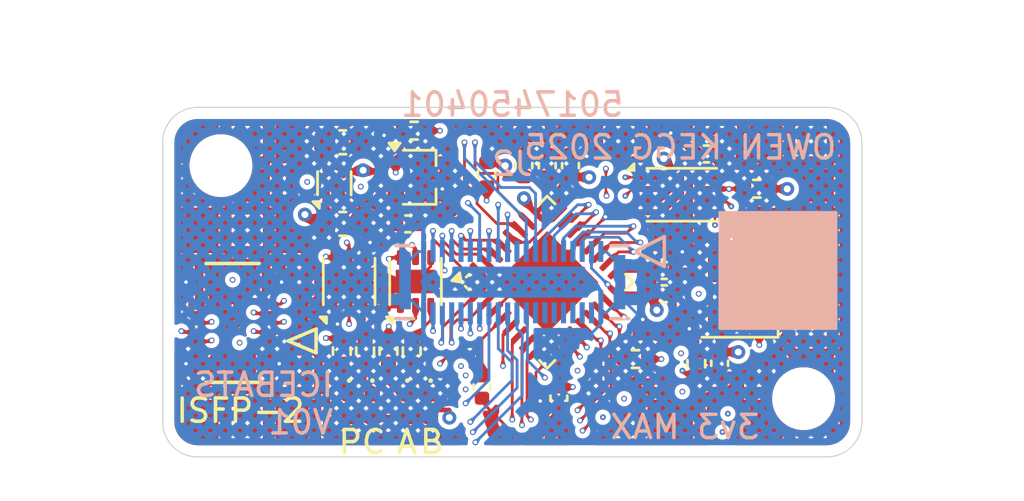
<source format=kicad_pcb>
(kicad_pcb (version 20241229) (generator "pcbnew") (generator_version "9.0")
  (layers (0 "F.Cu" signal) (4 "In1.Cu" signal) (6 "In2.Cu" signal) (2 "B.Cu" signal) (13 "F.Paste" user) (15 "B.Paste" user) (5 "F.SilkS" user "F.Silkscreen") (7 "B.SilkS" user "B.Silkscreen") (1 "F.Mask" user) (3 "B.Mask" user) (25 "Edge.Cuts" user))
  (net 0 "")
  (net 1 "+3V3")
  (net 2 "GND")
  (net 3 "F_|CRST")
  (net 4 "F_CDONE")
  (net 5 "F_IO23")
  (net 6 "F_IO22")
  (net 7 "F_IO15")
  (net 8 "F_IO30")
  (net 9 "F_IO26")
  (net 10 "F_IO2")
  (net 11 "F_IO8")
  (net 12 "F_IO5")
  (net 13 "+1V2")
  (net 14 "F_IO7")
  (net 15 "F_IO14")
  (net 16 "F_IO32")
  (net 17 "F_IO18")
  (net 18 "F_IO13")
  (net 19 "F_IO31")
  (net 20 "F_IO19")
  (net 21 "F_IO29")
  (net 22 "F_IO1")
  (net 23 "F_IO12")
  (net 24 "F_IO20")
  (net 25 "F_IO27")
  (net 26 "W_|HOLD")
  (net 27 "Net-(D1-K)")
  (net 28 "Net-(D2-K)")
  (net 29 "Net-(Q1-D2)")
  (net 30 "CLOCK")
  (net 31 "CLOCK_EN")
  (net 32 "Net-(D3-K)")
  (net 33 "Net-(D4-K)")
  (net 34 "Net-(Q2-D2)")
  (net 35 "Net-(Q2-D1)")
  (net 38 "Net-(Q1-D1)")
  (footprint "Capacitor_SMD:C_0402_1005Metric" (layer "F.Cu") (at 41.5 35 90)
    (property "Reference" "C7")
    (property "Value" "110nF")
  )
  (footprint "footprints:D_0402_1005Metric" (layer "F.Cu") (at 36.5 45.315 -90)
    (property "Reference" "D4")
    (property "Value" "USER B")
  )
  (footprint "Capacitor_SMD:C_0402_1005Metric" (layer "F.Cu") (at 48.33 34.5 180)
    (property "Reference" "C8")
    (property "Value" "110nF")
  )
  (footprint "footprints:DFN-6-1EP_2x2mm_P0.65mm_EP1.01x1.7mm" (layer "F.Cu") (at 33 39.9725 90)
    (property "Reference" "Q1")
    (property "Value" "~")
  )
  (footprint "Capacitor_SMD:C_0603_1608Metric" (layer "F.Cu") (at 32.725 34)
    (property "Reference" "C9")
    (property "Value" "1u")
  )
  (footprint "footprints:DFN-6-1EP_2x2mm_P0.65mm_EP1.01x1.7mm" (layer "F.Cu") (at 35.85 39.9725 90)
    (property "Reference" "Q2")
    (property "Value" "~")
  )
  (footprint "MountingHole:MountingHole_2.2mm_M2" (layer "F.Cu") (at 52.5 45)
    (property "Reference" "REF**")
    (property "Value" "MountingHole_2.2mm_M2")
  )
  (footprint "Capacitor_SMD:C_0402_1005Metric" (layer "F.Cu") (at 35.52 37.5)
    (property "Reference" "C11")
    (property "Value" "110nF")
  )
  (footprint "footprints:QFN-32-1EP_5x5mm_P0.5mm_EP3.1x3.1mm" (layer "F.Cu") (at 41.5 40 45)
    (property "Reference" "U1")
    (property "Value" "ICE40LP384-SG32")
  )
  (footprint "Resistor_SMD:R_0402_1005Metric" (layer "F.Cu") (at 38.9 35.39 -90)
    (property "Reference" "R3")
    (property "Value" "10k")
  )
  (footprint "Resistor_SMD:R_0402_1005Metric" (layer "F.Cu") (at 45.29 43.3 180)
    (property "Reference" "R1")
    (property "Value" "10k")
  )
  (footprint "Capacitor_SMD:C_0402_1005Metric" (layer "F.Cu") (at 38.7 44.5 -90)
    (property "Reference" "C5")
    (property "Value" "110nF")
  )
  (footprint "Resistor_SMD:R_0402_1005Metric" (layer "F.Cu") (at 50.4972 35.9918 180)
    (property "Reference" "R4")
    (property "Value" "10k")
  )
  (footprint "footprints:D_0402_1005Metric" (layer "F.Cu") (at 34 45.315 -90)
    (property "Reference" "D2")
    (property "Value" "CDONE")
  )
  (footprint "MountingHole:MountingHole_2.2mm_M2" (layer "F.Cu") (at 27.5 35)
    (property "Reference" "REF**")
    (property "Value" "MountingHole_2.2mm_M2")
  )
  (footprint "Capacitor_SMD:C_0402_1005Metric" (layer "F.Cu") (at 42 44.98 -90)
    (property "Reference" "C4")
    (property "Value" "110nF")
  )
  (footprint "footprints:D_0402_1005Metric" (layer "F.Cu") (at 35.5 45.315 -90)
    (property "Reference" "D3")
    (property "Value" "USER A")
  )
  (footprint "Resistor_SMD:R_0402_1005Metric" (layer "F.Cu") (at 33.68679 42.958711 90)
    (property "Reference" "R6")
    (property "Value" "330")
  )
  (footprint "Capacitor_SMD:C_0402_1005Metric" (layer "F.Cu") (at 46.52 39.5)
    (property "Reference" "C3")
    (property "Value" "110nF")
  )
  (footprint "Capacitor_SMD:C_0402_1005Metric" (layer "F.Cu") (at 48.9 43.48 -90)
    (property "Reference" "C12")
    (property "Value" "110nF")
  )
  (footprint "Resistor_SMD:R_0402_1005Metric" (layer "F.Cu") (at 32.68679 42.958711 90)
    (property "Reference" "R5")
    (property "Value" "330")
  )
  (footprint "footprints:D_0402_1005Metric" (layer "F.Cu") (at 33 45.315 -90)
    (property "Reference" "D1")
    (property "Value" "POWER OK")
  )
  (footprint "Capacitor_SMD:C_0603_1608Metric" (layer "F.Cu") (at 32.725 37.5)
    (property "Reference" "C10")
    (property "Value" "1u")
  )
  (footprint "Package_TO_SOT_SMD:SOT-323_SC-70" (layer "F.Cu") (at 36 35.5)
    (property "Reference" "U3")
    (property "Value" "~")
  )
  (footprint "Package_DFN_QFN:OnSemi_XDFN4-1EP_1.0x1.0mm_EP0.52x0.52mm" (layer "F.Cu") (at 32.364627 35.755502 90)
    (property "Reference" "U4")
    (property "Value" "NCP114AMX120TCG")
  )
  (footprint "Resistor_SMD:R_0402_1005Metric" (layer "F.Cu") (at 35.68679 42.958711 90)
    (property "Reference" "R8")
    (property "Value" "330")
  )
  (footprint "footprints:CON_513389873" (layer "F.Cu") (at 28 41.750004 90)
    (property "Reference" "J1")
    (property "Value" "513389873")
  )
  (footprint "Capacitor_SMD:C_0402_1005Metric" (layer "F.Cu") (at 46.52 40.5)
    (property "Reference" "C2")
    (property "Value" "110nF")
  )
  (footprint "Capacitor_SMD:C_0402_1005Metric" (layer "F.Cu") (at 42.5 35 90)
    (property "Reference" "C1")
    (property "Value" "110nF")
  )
  (footprint "Resistor_SMD:R_0402_1005Metric" (layer "F.Cu") (at 34.68679 42.958711 90)
    (property "Reference" "R7")
    (property "Value" "330")
  )
  (footprint "Resistor_SMD:R_0402_1005Metric" (layer "F.Cu") (at 35.79 33.5 180)
    (property "Reference" "R2")
    (property "Value" "10k")
  )
  (footprint "footprints:Oscillator_SMD_Abracon_ASE-4Pin_3.2x2.5mm" (layer "F.Cu") (at 49.774651 40.403204 90)
    (property "Reference" "Y1")
    (property "Value" "ASCO")
  )
  (footprint "Package_SON:Winbond_USON-8-1EP_3x2mm_P0.5mm_EP0.2x1.6mm" (layer "F.Cu") (at 47.275 36.25)
    (property "Reference" "U2")
    (property "Value" "W25X40CLUXIG TR")
  )
  (footprint "Resistor_SMD:R_0402_1005Metric" (layer "F.Cu") (at 47.9 43.5 90)
    (property "Reference" "R9")
    (property "Value" "10k")
  )
  (footprint "Capacitor_SMD:C_0402_1005Metric" (layer "F.Cu") (at 40.5 35 90)
    (property "Reference" "C6")
    (property "Value" "110nF")
  )
  (footprint "footprints:CON_5017450401" (layer "B.Cu") (at 40 40 180)
    (property "Reference" "J2")
    (property "Value" "5017450401")
  )
  (gr_rect (start 48.9 37) (end 53.9 42) (stroke (width 0.1)) (fill yes) (layer "B.SilkS"))
  (gr_line (start 26.5 47.5) (end 53.5 47.5) (stroke (width 0.05)) (layer "Edge.Cuts"))
  (gr_line (start 25 34) (end 25 46) (stroke (width 0.05)) (layer "Edge.Cuts"))
  (gr_arc (start 25 34) (mid 25.43934 32.93934) (end 26.5 32.5) (stroke (width 0.05)) (layer "Edge.Cuts"))
  (gr_line (start 53.5 32.5) (end 26.5 32.5) (stroke (width 0.05)) (layer "Edge.Cuts"))
  (gr_arc (start 55 46) (mid 54.56066 47.06066) (end 53.5 47.5) (stroke (width 0.05)) (layer "Edge.Cuts"))
  (gr_line (start 55 46) (end 55 34) (stroke (width 0.05)) (layer "Edge.Cuts"))
  (gr_arc (start 26.5 47.5) (mid 25.43934 47.06066) (end 25 46) (stroke (width 0.05)) (layer "Edge.Cuts"))
  (gr_arc (start 53.5 32.5) (mid 54.56066 32.93934) (end 55 34) (stroke (width 0.05)) (layer "Edge.Cuts"))
  (gr_text "16MHz" (at 53 42.3 90) (layer "F.SilkS") (effects (font (size 1 1)) (justify left bottom)))
  (gr_text "P" (at 32.452999 47.449937 0) (layer "F.SilkS") (effects (font (size 1 1)) (justify left bottom)))
  (gr_text "B" (at 35.952999 47.449937 0) (layer "F.SilkS") (effects (font (size 1 1)) (justify left bottom)))
  (gr_text "C" (at 33.452999 47.449937 0) (layer "F.SilkS") (effects (font (size 1 1)) (justify left bottom)))
  (gr_text "ISFP-2" (at 25.5 46.1 0) (layer "F.SilkS") (effects (font (size 1 1)) (justify left bottom)))
  (gr_text "A" (at 34.952999 47.449937 0) (layer "F.SilkS") (effects (font (size 1 1)) (justify left bottom)))
  (gr_text "ICEBATS\nV01" (at 32.4 46.6 0) (layer "B.SilkS") (effects (font (size 1 1)) (justify left bottom mirror)))
  (gr_text "3v3 MAX" (at 50.7 46.8 0) (layer "B.SilkS") (effects (font (size 1 1)) (justify left bottom mirror)))
  (gr_text "OWEN KEGG 2025" (at 54 34.8 0) (layer "B.SilkS") (effects (font (size 1 1)) (justify left bottom mirror)))
  (segment (start 35.5 45.8) (end 36.5 45.8) (width 0.2) (layer "F.Cu") (net 1))
  (segment (start 32.689627 35.270502) (end 33.529498 35.270502) (width 0.2) (layer "F.Cu") (net 1))
  (segment (start 48.81 35.39) (end 48.7 35.5) (width 0.1) (layer "F.Cu") (net 1))
  (segment (start 39.7 35.48) (end 39.7 35) (width 0.2) (layer "F.Cu") (net 1))
  (segment (start 40.143693 38.29014) (end 40.734986 38.29014) (width 0.12) (layer "F.Cu") (net 1))
  (segment (start 32.223323 35.086806) (end 32.039627 35.270502) (width 0.2) (layer "F.Cu") (net 1))
  (segment (start 51.7918 35.9918) (end 51.8 36) (width 0.1) (layer "F.Cu") (net 1))
  (segment (start 46.04 40.5) (end 46.04 41.04) (width 0.2) (layer "F.Cu") (net 1))
  (segment (start 46.5 34.7) (end 46.95 35.15) (width 0.1) (layer "F.Cu") (net 1))
  (segment (start 33.6 35.2) (end 34.05 35.2) (width 0.2) (layer "F.Cu") (net 1))
  (segment (start 33.529498 35.270502) (end 33.6 35.2) (width 0.2) (layer "F.Cu") (net 1))
  (segment (start 48.81 34.5) (end 48.81 35.15) (width 0.1) (layer "F.Cu") (net 1))
  (segment (start 45.8 43.3) (end 46.4 43.3) (width 0.12) (layer "F.Cu") (net 1))
  (segment (start 38.7 43) (end 37.4 43) (width 0.12) (layer "F.Cu") (net 1))
  (segment (start 39.953204 38.099651) (end 40.143693 38.29014) (width 0.12) (layer "F.Cu") (net 1))
  (segment (start 48.9 43) (end 49.7 43) (width 0.2) (layer "F.Cu") (net 1))
  (segment (start 44.474874 40.5) (end 44.46101 40.486136) (width 0.2) (layer "F.Cu") (net 1))
  (segment (start 38.9 34.88) (end 39.58 34.88) (width 0.12) (layer "F.Cu") (net 1))
  (segment (start 38.7 43) (end 38.7 42.446447) (width 0.12) (layer "F.Cu") (net 1))
  (segment (start 42 44.5) (end 42.6 44.5) (width 0.2) (layer "F.Cu") (net 1))
  (segment (start 38.7 42.446447) (end 39.599651 41.546796) (width 0.12) (layer "F.Cu") (net 1))
  (segment (start 46.04 41.04) (end 46.2 41.2) (width 0.2) (layer "F.Cu") (net 1))
  (segment (start 43.28 35.48) (end 43.3 35.5) (width 0.2) (layer "F.Cu") (net 1))
  (segment (start 46.95 35.15) (end 48.81 35.15) (width 0.1) (layer "F.Cu") (net 1))
  (segment (start 44.0182 36.2712) (end 44.0436 36.2966) (width 0.1) (layer "F.Cu") (net 1))
  (segment (start 42 44.5) (end 42 42.974874) (width 0.2) (layer "F.Cu") (net 1))
  (segment (start 36.5 45.485) (end 37.285 45.485) (width 0.2) (layer "F.Cu") (net 1))
  (segment (start 48.81 35.15) (end 48.81 35.39) (width 0.1) (layer "F.Cu") (net 1))
  (segment (start 29.549999 42.150003) (end 28.950003 42.150003) (width 0.12) (layer "F.Cu") (net 1))
  (segment (start 51.0072 35.9918) (end 51.7918 35.9918) (width 0.1) (layer "F.Cu") (net 1))
  (segment (start 34.05 35.2) (end 35 36.15) (width 0.2) (layer "F.Cu") (net 1))
  (segment (start 38.7 44.02) (end 38.7 43) (width 0.12) (layer "F.Cu") (net 1))
  (segment (start 34 45.8) (end 33 45.8) (width 0.2) (layer "F.Cu") (net 1))
  (segment (start 41.986136 37.03899) (end 41.986136 35.993864) (width 0.2) (layer "F.Cu") (net 1))
  (segment (start 32.689627 35.270502) (end 32.505931 35.086806) (width 0.2) (layer "F.Cu") (net 1))
  (segment (start 48.9 43) (end 48.9 41.502855) (width 0.2) (layer "F.Cu") (net 1))
  (segment (start 37.4 43) (end 36.9 43.5) (width 0.12) (layer "F.Cu") (net 1))
  (segment (start 41.986136 35.993864) (end 42.5 35.48) (width 0.2) (layer "F.Cu") (net 1))
  (segment (start 44.0182 35.1282) (end 44.0182 36.2712) (width 0.1) (layer "F.Cu") (net 1))
  (segment (start 44.474874 39.5) (end 44.46101 39.513864) (width 0.2) (layer "F.Cu") (net 1))
  (segment (start 32.505931 35.086806) (end 32.223323 35.086806) (width 0.2) (layer "F.Cu") (net 1))
  (segment (start 37.285 45.485) (end 37.3 45.5) (width 0.2) (layer "F.Cu") (net 1))
  (segment (start 31.95 35.180875) (end 32.039627 35.270502) (width 0.2) (layer "F.Cu") (net 1))
  (segment (start 46.4 36.5) (end 46.95 35.95) (width 0.1) (layer "F.Cu") (net 1))
  (segment (start 35.04 36.19) (end 35 36.15) (width 0.2) (layer "F.Cu") (net 1))
  (segment (start 39.7 35.48) (end 40.5 35.48) (width 0.2) (layer "F.Cu") (net 1))
  (segment (start 36.3 33.5) (end 36.9 33.5) (width 0.12) (layer "F.Cu") (net 1))
  (segment (start 46.04 40.5) (end 44.474874 40.5) (width 0.2) (layer "F.Cu") (net 1))
  (segment (start 28.950003 42.150003) (end 28.9 42.1) (width 0.12) (layer "F.Cu") (net 1))
  (segment (start 34 45.8) (end 35.5 45.8) (width 0.2) (layer "F.Cu") (net 1))
  (segment (start 48.9 41.502855) (end 48.949651 41.453204) (width 0.2) (layer "F.Cu") (net 1))
  (segment (start 39.58 34.88) (end 39.7 35) (width 0.12) (layer "F.Cu") (net 1))
  (segment (start 46.04 39.5) (end 46.04 40.5) (width 0.2) (layer "F.Cu") (net 1))
  (segment (start 40.734986 38.29014) (end 41.986136 37.03899) (width 0.12) (layer "F.Cu") (net 1))
  (segment (start 45.85 36.5) (end 46.4 36.5) (width 0.1) (layer "F.Cu") (net 1))
  (segment (start 35.04 37.5) (end 35.04 36.19) (width 0.2) (layer "F.Cu") (net 1))
  (segment (start 46.95 35.95) (end 46.95 35.15) (width 0.1) (layer "F.Cu") (net 1))
  (segment (start 46.04 39.5) (end 44.474874 39.5) (width 0.2) (layer "F.Cu") (net 1))
  (segment (start 42 42.974874) (end 41.986136 42.96101) (width 0.2) (layer "F.Cu") (net 1))
  (segment (start 42.5 35.48) (end 43.28 35.48) (width 0.2) (layer "F.Cu") (net 1))
  (segment (start 31.95 34) (end 31.95 35.180875) (width 0.2) (layer "F.Cu") (net 1))
  (via (at 49.022 46.4312) (size 0.25) (drill 0.1) (layers "F.Cu" "B.Cu") (net 1))
  (via (at 28 39.9) (size 0.25) (drill 0.15) (layers "F.Cu" "B.Cu") (net 1))
  (via (at 46.4 43.3) (size 0.25) (drill 0.15) (layers "F.Cu" "B.Cu") (net 1))
  (via (at 44.0182 35.1282) (size 0.25) (drill 0.15) (layers "F.Cu" "B.Cu") (net 1))
  (via (at 28.3 42.6) (size 0.25) (drill 0.15) (layers "F.Cu" "B.Cu") (net 1))
  (via (at 39.7 35) (size 0.6) (drill 0.3) (layers "F.Cu" "B.Cu") (net 1))
  (via (at 33.6 35.2) (size 0.6) (drill 0.3) (layers "F.Cu" "B.Cu") (net 1))
  (via (at 43.8912 45.7962) (size 0.25) (drill 0.1) (layers "F.Cu" "B.Cu") (net 1))
  (via (at 36.9 33.5) (size 0.25) (drill 0.15) (layers "F.Cu" "B.Cu") (net 1))
  (via (at 44.0436 36.2966) (size 0.25) (drill 0.15) (layers "F.Cu" "B.Cu") (net 1))
  (via (at 51.8 36) (size 0.6) (drill 0.3) (layers "F.Cu" "B.Cu") (net 1))
  (via (at 42.6 44.5) (size 0.25) (drill 0.15) (layers "F.Cu" "B.Cu") (net 1))
  (via (at 37.3 45.815) (size 0.6) (drill 0.3) (layers "F.Cu" "B.Cu") (net 1))
  (via (at 49.7 43) (size 0.6) (drill 0.3) (layers "F.Cu" "B.Cu") (net 1))
  (via (at 43.3 35.5) (size 0.6) (drill 0.3) (layers "F.Cu" "B.Cu") (net 1))
  (via (at 46.5 34.7) (size 0.6) (drill 0.3) (layers "F.Cu" "B.Cu") (net 1))
  (via (at 36.9 43.5) (size 0.25) (drill 0.15) (layers "F.Cu" "B.Cu") (net 1))
  (via (at 46.2 41.2) (size 0.6) (drill 0.3) (layers "F.Cu" "B.Cu") (net 1))
  (via (at 47.244 43.053) (size 0.25) (drill 0.15) (layers "F.Cu" "B.Cu") (net 1))
  (via (at 44.1 40.1) (size 0.25) (drill 0.15) (layers "F.Cu" "B.Cu") (net 1))
  (via (at 36.6 42.1) (size 0.25) (drill 0.15) (layers "F.Cu" "B.Cu") (net 1))
  (via (at 47.3 44.7) (size 0.25) (drill 0.15) (layers "F.Cu" "B.Cu") (net 1))
  (via (at 28.9 42.1) (size 0.25) (drill 0.15) (layers "F.Cu" "B.Cu") (net 1))
  (segment (start 43.400001 39.400001) (end 44.1 40.1) (width 0.12) (layer "B.Cu") (net 1))
  (segment (start 36.600002 42.099998) (end 36.6 42.1) (width 0.12) (layer "B.Cu") (net 1))
  (segment (start 36.600002 41.314999) (end 36.600002 42.099998) (width 0.12) (layer "B.Cu") (net 1))
  (segment (start 43.400001 38.685001) (end 43.400001 39.400001) (width 0.12) (layer "B.Cu") (net 1))
  (segment (start 33.5 37.5) (end 33.65 37.65) (width 0.12) (layer "F.Cu") (net 2))
  (segment (start 33.5 37.050875) (end 33.5 37.5) (width 0.12) (layer "F.Cu") (net 2))
  (segment (start 26.000008 40.000008) (end 26 40) (width 0.12) (layer "F.Cu") (net 2))
  (segment (start 41.56 45.46) (end 41.2 45.1) (width 0.12) (layer "F.Cu") (net 2))
  (segment (start 32.689627 36.240502) (end 33.5 37.050875) (width 0.12) (layer "F.Cu") (net 2))
  (segment (start 32.364627 35.755502) (end 32.364627 35.915502) (width 0.12) (layer "F.Cu") (net 2))
  (segment (start 33.65 38.3) (end 33.65 38.945) (width 0.12) (layer "F.Cu") (net 2))
  (segment (start 35.2 40.6225) (end 35.85 39.9725) (width 0.12) (layer "F.Cu") (net 2))
  (segment (start 29.5 43.5) (end 30 43.5) (width 0.12) (layer "F.Cu") (net 2))
  (segment (start 34.2 34) (end 34.5 33.7) (width 0.12) (layer "F.Cu") (net 2))
  (segment (start 44 37.2) (end 43.100349 38.099651) (width 0.12) (layer "F.Cu") (net 2))
  (segment (start 29.549999 42.550005) (end 29.549999 43.450001) (width 0.12) (layer "F.Cu") (net 2))
  (segment (start 26.450001 40.050007) (end 26.5 40.000008) (width 0.12) (layer "F.Cu") (net 2))
  (segment (start 43.100349 38.099651) (end 43.046796 38.099651) (width 0.12) (layer "F.Cu") (net 2))
  (segment (start 42 45.46) (end 40.934532 46.525468) (width 0.12) (layer "F.Cu") (net 2))
  (segment (start 42.5 34.52) (end 43.12 34.52) (width 0.12) (layer "F.Cu") (net 2))
  (segment (start 47 39.5) (end 47 39) (width 0.12) (layer "F.Cu") (net 2))
  (segment (start 48.9 43.96) (end 48.87 43.96) (width 0.1) (layer "F.Cu") (net 2))
  (segment (start 47 41.4) (end 47.6 42) (width 0.12) (layer "F.Cu") (net 2))
  (segment (start 33.65 37.65) (end 33.65 38.3) (width 0.12) (layer "F.Cu") (net 2))
  (segment (start 41.014 44.914) (end 41.2 45.1) (width 0.12) (layer "F.Cu") (net 2))
  (segment (start 35.2 41) (end 35.2 40.6225) (width 0.12) (layer "F.Cu") (net 2))
  (segment (start 47.275 36.25) (end 47.275 38.675) (width 0.1) (layer "F.Cu") (net 2))
  (segment (start 32.35 41) (end 32.35 40.6225) (width 0.12) (layer "F.Cu") (net 2))
  (segment (start 40.43934 40) (end 41.5 40) (width 0.12) (layer "F.Cu") (net 2))
  (segment (start 42 45.46) (end 41.56 45.46) (width 0.12) (layer "F.Cu") (net 2))
  (segment (start 43.12 34.52) (end 43.2 34.6) (width 0.12) (layer "F.Cu") (net 2))
  (segment (start 33.9 38.3) (end 33.65 38.3) (width 0.12) (layer "F.Cu") (net 2))
  (segment (start 33.5 34) (end 34.2 34) (width 0.12) (layer "F.Cu") (net 2))
  (segment (start 37 35.5) (end 37 36) (width 0.12) (layer "F.Cu") (net 2))
  (segment (start 32.35 41) (end 32.35 41.008332) (width 0.12) (layer "F.Cu") (net 2))
  (segment (start 47.275 36.25) (end 46.525 37) (width 0.1) (layer "F.Cu") (net 2))
  (segment (start 46.525 37) (end 45.85 37) (width 0.1) (layer "F.Cu") (net 2))
  (segment (start 33.65 38.945) (end 33.65 39.3225) (width 0.12) (layer "F.Cu") (net 2))
  (segment (start 40.934532 46.525468) (end 40.079581 46.525468) (width 0.12) (layer "F.Cu") (net 2))
  (segment (start 29.549999 43.450001) (end 29.5 43.5) (width 0.12) (layer "F.Cu") (net 2))
  (segment (start 32.35 41.65) (end 32.5 41.8) (width 0.12) (layer "F.Cu") (net 2))
  (segment (start 48.87 43.96) (end 47.9 42.99) (width 0.1) (layer "F.Cu") (net 2))
  (segment (start 36 37) (end 35.6 36.6) (width 0.12) (layer "F.Cu") (net 2))
  (segment (start 47.9 42.3) (end 47.6 42) (width 0.1) (layer "F.Cu") (net 2))
  (segment (start 26.450001 40.950003) (end 26.450001 40.050007) (width 0.12) (layer "F.Cu") (net 2))
  (segment (start 32.364627 35.915502) (end 32.689627 36.240502) (width 0.12) (layer "F.Cu") (net 2))
  (segment (start 38.7 45.145887) (end 38.7 44.98) (width 0.12) (layer "F.Cu") (net 2))
  (segment (start 47 39) (end 47.3 38.7) (width 0.12) (layer "F.Cu") (net 2))
  (segment (start 33.65 39.3225) (end 33 39.9725) (width 0.12) (layer "F.Cu") (net 2))
  (segment (start 36 37.5) (end 36 37) (width 0.12) (layer "F.Cu") (net 2))
  (segment (start 36.5 39.3225) (end 35.85 39.9725) (width 0.12) (layer "F.Cu") (net 2))
  (segment (start 26.5 43.5) (end 26 43.5) (width 0.12) (layer "F.Cu") (net 2))
  (segment (start 39.246097 41.193243) (end 40.43934 40) (width 0.12) (layer "F.Cu") (net 2))
  (segment (start 41.014 43.886) (end 41.014 44.914) (width 0.12) (layer "F.Cu") (net 2))
  (segment (start 30.099992 40.000008) (end 29.5 40.000008) (width 0.12) (layer "F.Cu") (net 2))
  (segment (start 47.275 38.675) (end 47.3 38.7) (width 0.1) (layer "F.Cu") (net 2))
  (segment (start 41.4 43.5) (end 41.014 43.886) (width 0.12) (layer "F.Cu") (net 2))
  (segment (start 26.5 40.000008) (end 26.000008 40.000008) (width 0.12) (layer "F.Cu") (net 2))
  (segment (start 32.35 41) (end 32.35 41.65) (width 0.12) (layer "F.Cu") (net 2))
  (segment (start 40.079581 46.525468) (end 38.7 45.145887) (width 0.12) (layer "F.Cu") (net 2))
  (segment (start 47.85 34.5) (end 47.7 34.5) (width 0.1) (layer "F.Cu") (net 2))
  (segment (start 47.7 34.5) (end 46.8 33.6) (width 0.1) (layer "F.Cu") (net 2))
  (segment (start 41.5 39.646447) (end 43.046796 38.099651) (width 0.12) (layer "F.Cu") (net 2))
  (segment (start 47 40.5) (end 47 41.4) (width 0.12) (layer "F.Cu") (net 2))
  (segment (start 47.9 42.99) (end 47.9 42.3) (width 0.1) (layer "F.Cu") (net 2))
  (segment (start 32.35 40.6225) (end 33 39.9725) (width 0.12) (layer "F.Cu") (net 2))
  (segment (start 41.5 40) (end 41.5 39.646447) (width 0.12) (layer "F.Cu") (net 2))
  (segment (start 36.5 38.945) (end 36.5 39.3225) (width 0.12) (layer "F.Cu") (net 2))
  (via (at 43.2 34.6) (size 0.25) (drill 0.15) (layers "F.Cu" "B.Cu") (net 2))
  (via (at 44 37.2) (size 0.25) (drill 0.15) (layers "F.Cu" "B.Cu") (net 2))
  (via (at 46.8 33.6) (size 0.25) (drill 0.15) (layers "F.Cu" "B.Cu") (net 2))
  (via (at 34.5 33.7) (size 0.25) (drill 0.15) (layers "F.Cu" "B.Cu") (net 2))
  (via (at 33.9 38.3) (size 0.25) (drill 0.15) (layers "F.Cu" "B.Cu") (net 2))
  (via (at 41.2 45.1) (size 0.25) (drill 0.15) (layers "F.Cu" "B.Cu") (net 2))
  (via (at 47.3 38.7) (size 0.25) (drill 0.15) (layers "F.Cu" "B.Cu") (net 2))
  (via (at 30 43.5) (size 0.25) (drill 0.15) (layers "F.Cu" "B.Cu") (net 2))
  (via (at 26 43.5) (size 0.25) (drill 0.15) (layers "F.Cu" "B.Cu") (net 2))
  (via (at 26 40) (size 0.25) (drill 0.15) (layers "F.Cu" "B.Cu") (net 2))
  (via (at 41.4 43.5) (size 0.25) (drill 0.15) (layers "F.Cu" "B.Cu") (net 2))
  (via (at 45.6 41.6) (size 0.25) (drill 0.15) (layers "F.Cu" "B.Cu") (net 2))
  (via (at 30.099992 40.000008) (size 0.25) (drill 0.15) (layers "F.Cu" "B.Cu") (net 2))
  (via (at 37 36) (size 0.25) (drill 0.15) (layers "F.Cu" "B.Cu") (net 2))
  (via (at 47.6 42) (size 0.25) (drill 0.15) (layers "F.Cu" "B.Cu") (net 2))
  (via (at 32.5 41.8) (size 0.25) (drill 0.15) (layers "F.Cu" "B.Cu") (net 2))
  (via (at 35.6 36.6) (size 0.25) (drill 0.15) (layers "F.Cu" "B.Cu") (net 2))
  (segment (start 36.2 38.685001) (end 35.975008 38.685001) (width 0.12) (layer "B.Cu") (net 2))
  (segment (start 35.400009 40.74) (end 35.625001 40.74) (width 0.12) (layer "B.Cu") (net 2))
  (segment (start 35.975008 38.685001) (end 35.400009 39.26) (width 0.12) (layer "B.Cu") (net 2))
  (segment (start 43.8 38.685001) (end 44.025001 38.685001) (width 0.12) (layer "B.Cu") (net 2))
  (segment (start 35.625001 40.74) (end 36.2 41.314999) (width 0.12) (layer "B.Cu") (net 2))
  (segment (start 44.025001 38.685001) (end 44.6 39.26) (width 0.12) (layer "B.Cu") (net 2))
  (segment (start 43.8 41.797) (end 43.183 42.414) (width 0.12) (layer "B.Cu") (net 2))
  (segment (start 43.8 41.314999) (end 43.8 41.797) (width 0.12) (layer "B.Cu") (net 2))
  (segment (start 44.6 40.74) (end 44.74 40.74) (width 0.12) (layer "B.Cu") (net 2))
  (segment (start 43.183 42.414) (end 42.486 42.414) (width 0.12) (layer "B.Cu") (net 2))
  (segment (start 44.74 40.74) (end 45.6 41.6) (width 0.12) (layer "B.Cu") (net 2))
  (segment (start 42.486 42.414) (end 41.4 43.5) (width 0.12) (layer "B.Cu") (net 2))
  (segment (start 43.8 41.314999) (end 44.025001 41.314999) (width 0.12) (layer "B.Cu") (net 2))
  (segment (start 44.025001 41.314999) (end 44.6 40.74) (width 0.12) (layer "B.Cu") (net 2))
  (segment (start 25.850003 42.150003) (end 25.8 42.1) (width 0.12) (layer "F.Cu") (net 3))
  (segment (start 35.28 34.57) (end 35 34.85) (width 0.12) (layer "F.Cu") (net 3))
  (segment (start 26.450001 42.150003) (end 25.850003 42.150003) (width 0.12) (layer "F.Cu") (net 3))
  (segment (start 35.28 33.5) (end 35.28 34.57) (width 0.12) (layer "F.Cu") (net 3))
  (segment (start 42.9 43.167767) (end 42.339689 42.607456) (width 0.12) (layer "F.Cu") (net 3))
  (segment (start 42.9 43.2) (end 42.9 43.167767) (width 0.12) (layer "F.Cu") (net 3))
  (segment (start 35 35.3) (end 35 34.85) (width 0.12) (layer "F.Cu") (net 3))
  (segment (start 33 41) (end 33 41.8) (width 0.12) (layer "F.Cu") (net 3))
  (via (at 31.2 35.7) (size 0.25) (drill 0.15) (layers "F.Cu" "B.Cu") (net 3))
  (via (at 33.5 35.9) (size 0.25) (drill 0.15) (layers "F.Cu" "B.Cu") (net 3))
  (via (at 35 35.3) (size 0.25) (drill 0.15) (layers "F.Cu" "B.Cu") (net 3))
  (via (at 38.1 36.6) (size 0.25) (drill 0.15) (layers "F.Cu" "B.Cu") (net 3))
  (via (at 25.8 42.1) (size 0.25) (drill 0.15) (layers "F.Cu" "B.Cu") (net 3))
  (via (at 33 41.8) (size 0.25) (drill 0.15) (layers "F.Cu" "B.Cu") (net 3))
  (via (at 42.9 43.2) (size 0.25) (drill 0.15) (layers "F.Cu" "B.Cu") (net 3))
  (segment (start 38.6 38.685001) (end 38.6 37.1) (width 0.12) (layer "B.Cu") (net 3))
  (segment (start 38.6 37.1) (end 38.1 36.6) (width 0.12) (layer "B.Cu") (net 3))
  (segment (start 33 38.4) (end 32.9 38.3) (width 0.12) (layer "F.Cu") (net 4))
  (segment (start 33 38.945) (end 33 38.4) (width 0.12) (layer "F.Cu") (net 4))
  (segment (start 38.9 36.5) (end 38.9 35.9) (width 0.12) (layer "F.Cu") (net 4))
  (segment (start 43.2 42.8) (end 43.2 42.76066) (width 0.12) (layer "F.Cu") (net 4))
  (segment (start 43.2 42.76066) (end 42.693243 42.253903) (width 0.12) (layer "F.Cu") (net 4))
  (via (at 32.9 38.3) (size 0.25) (drill 0.15) (layers "F.Cu" "B.Cu") (net 4))
  (via (at 43.2 42.8) (size 0.25) (drill 0.15) (layers "F.Cu" "B.Cu") (net 4))
  (via (at 38.9 36.5) (size 0.25) (drill 0.15) (layers "F.Cu" "B.Cu") (net 4))
  (via (at 39 37.8) (size 0.25) (drill 0.15) (layers "F.Cu" "B.Cu") (net 4))
  (segment (start 38.999999 38.685001) (end 38.999999 37.800001) (width 0.12) (layer "B.Cu") (net 4))
  (segment (start 38.999999 37.800001) (end 39 37.8) (width 0.12) (layer "B.Cu") (net 4))
  (segment (start 42.567316 37.392544) (end 43.279972 36.679888) (width 0.12) (layer "F.Cu") (net 5))
  (segment (start 42.339689 37.392544) (end 42.567316 37.392544) (width 0.12) (layer "F.Cu") (net 5))
  (via (at 43.279972 36.679888) (size 0.25) (drill 0.15) (layers "F.Cu" "B.Cu") (net 5))
  (segment (start 41.4 38.087459) (end 41.4 38.685001) (width 0.12) (layer "B.Cu") (net 5))
  (segment (start 42.807571 36.679888) (end 41.4 38.087459) (width 0.12) (layer "B.Cu") (net 5))
  (segment (start 43.279972 36.679888) (end 42.807571 36.679888) (width 0.12) (layer "B.Cu") (net 5))
  (segment (start 42.850161 37.746097) (end 43.597505 36.998753) (width 0.12) (layer "F.Cu") (net 6))
  (segment (start 42.693243 37.746097) (end 42.850161 37.746097) (width 0.12) (layer "F.Cu") (net 6))
  (via (at 43.597505 36.998753) (size 0.25) (drill 0.15) (layers "F.Cu" "B.Cu") (net 6))
  (segment (start 42.734112 37.065888) (end 41.799999 38.000001) (width 0.12) (layer "B.Cu") (net 6))
  (segment (start 43.597505 36.998753) (end 43.53037 37.065888) (width 0.12) (layer "B.Cu") (net 6))
  (segment (start 43.53037 37.065888) (end 42.734112 37.065888) (width 0.12) (layer "B.Cu") (net 6))
  (segment (start 41.799999 38.000001) (end 41.799999 38.685001) (width 0.12) (layer "B.Cu") (net 6))
  (segment (start 44.767767 41.5) (end 44.107456 40.839689) (width 0.12) (layer "F.Cu") (net 7))
  (segment (start 49.15 36.5) (end 49.4 36.75) (width 0.1) (layer "F.Cu") (net 7))
  (segment (start 44.8 41.5) (end 44.767767 41.5) (width 0.12) (layer "F.Cu") (net 7))
  (segment (start 48.7 36.5) (end 49.15 36.5) (width 0.1) (layer "F.Cu") (net 7))
  (segment (start 29.549999 40.950003) (end 30.049997 40.950003) (width 0.12) (layer "F.Cu") (net 7))
  (segment (start 30.049997 40.950003) (end 30.2 40.8) (width 0.12) (layer "F.Cu") (net 7))
  (via (at 30.2 40.8) (size 0.25) (drill 0.15) (layers "F.Cu" "B.Cu") (net 7))
  (via (at 41.4 44.1) (size 0.25) (drill 0.15) (layers "F.Cu" "B.Cu") (net 7))
  (via (at 44.8 41.5) (size 0.25) (drill 0.15) (layers "F.Cu" "B.Cu") (net 7))
  (via (at 49.4 36.75) (size 0.25) (drill 0.1) (layers "F.Cu" "B.Cu") (net 7))
  (via (at 44.8 45) (size 0.25) (drill 0.15) (layers "F.Cu" "B.Cu") (net 7))
  (segment (start 41.4 44.1) (end 40.650069 43.350069) (width 0.12) (layer "B.Cu") (net 7))
  (segment (start 40.650069 41.365067) (end 40.600001 41.314999) (width 0.12) (layer "B.Cu") (net 7))
  (segment (start 40.650069 43.350069) (end 40.650069 41.365067) (width 0.12) (layer "B.Cu") (net 7))
  (segment (start 37.4 37.8) (end 37.4 38.152043) (width 0.12) (layer "F.Cu") (net 8))
  (segment (start 39.01834 38.579) (end 39.246097 38.806757) (width 0.12) (layer "F.Cu") (net 8))
  (segment (start 37.826957 38.579) (end 39.01834 38.579) (width 0.12) (layer "F.Cu") (net 8))
  (segment (start 37.4 38.152043) (end 37.826957 38.579) (width 0.12) (layer "F.Cu") (net 8))
  (via (at 37.4 37.8) (size 0.25) (drill 0.15) (layers "F.Cu" "B.Cu") (net 8))
  (segment (start 37.4 38.685001) (end 37.4 37.8) (width 0.12) (layer "B.Cu") (net 8))
  (segment (start 38.4 35.12235) (end 38.4 34) (width 0.12) (layer "F.Cu") (net 9))
  (segment (start 39.381 35.332953) (end 38.610603 35.332953) (width 0.12) (layer "F.Cu") (net 9))
  (segment (start 40.660311 37.392544) (end 39.381 36.113233) (width 0.12) (layer "F.Cu") (net 9))
  (segment (start 39.381 36.113233) (end 39.381 35.332953) (width 0.12) (layer "F.Cu") (net 9))
  (segment (start 38.610603 35.332953) (end 38.4 35.12235) (width 0.12) (layer "F.Cu") (net 9))
  (via (at 38.4 34) (size 0.25) (drill 0.15) (layers "F.Cu" "B.Cu") (net 9))
  (segment (start 40.739 35.939) (end 39.519238 35.939) (width 0.12) (layer "B.Cu") (net 9))
  (segment (start 41.000001 38.685001) (end 41.000001 36.200001) (width 0.12) (layer "B.Cu") (net 9))
  (segment (start 41.000001 36.200001) (end 40.739 35.939) (width 0.12) (layer "B.Cu") (net 9))
  (segment (start 39.519238 35.939) (end 38.4 34.819762) (width 0.12) (layer "B.Cu") (net 9))
  (segment (start 38.4 34.819762) (end 38.4 34) (width 0.12) (layer "B.Cu") (net 9))
  (segment (start 37.640113 41.614) (end 38.118233 41.614) (width 0.12) (layer "F.Cu") (net 10))
  (segment (start 37.363433 41.89068) (end 37.640113 41.614) (width 0.12) (layer "F.Cu") (net 10))
  (segment (start 37.4 42.6) (end 37.363433 42.563433) (width 0.12) (layer "F.Cu") (net 10))
  (segment (start 38.118233 41.614) (end 38.892544 40.839689) (width 0.12) (layer "F.Cu") (net 10))
  (segment (start 37.363433 42.563433) (end 37.363433 41.89068) (width 0.12) (layer "F.Cu") (net 10))
  (via (at 37.4 42.6) (size 0.25) (drill 0.15) (layers "F.Cu" "B.Cu") (net 10))
  (segment (start 37.4 42.6) (end 37.4 41.314999) (width 0.12) (layer "B.Cu") (net 10))
  (segment (start 40.635 45.735) (end 40.635 43.339874) (width 0.12) (layer "F.Cu") (net 11))
  (segment (start 40.8 45.9) (end 40.635 45.735) (width 0.12) (layer "F.Cu") (net 11))
  (segment (start 40.635 43.339874) (end 41.013864 42.96101) (width 0.12) (layer "F.Cu") (net 11))
  (via (at 38 45.2) (size 0.25) (drill 0.15) (layers "F.Cu" "B.Cu") (net 11))
  (via (at 40.8 45.9) (size 0.25) (drill 0.15) (layers "F.Cu" "B.Cu") (net 11))
  (segment (start 38.999999 44.200001) (end 38 45.2) (width 0.12) (layer "B.Cu") (net 11))
  (segment (start 38.999999 41.314999) (end 38.999999 44.200001) (width 0.12) (layer "B.Cu") (net 11))
  (segment (start 39.953204 41.900349) (end 39.601247 42.252306) (width 0.12) (layer "F.Cu") (net 12))
  (segment (start 39.601247 42.252306) (end 39.601247 43.597505) (width 0.12) (layer "F.Cu") (net 12))
  (via (at 37.8 43.6) (size 0.25) (drill 0.15) (layers "F.Cu" "B.Cu") (net 12))
  (via (at 39.601247 43.597505) (size 0.25) (drill 0.15) (layers "F.Cu" "B.Cu") (net 12))
  (via (at 37.8 42) (size 0.25) (drill 0.15) (layers "F.Cu" "B.Cu") (net 12))
  (segment (start 37.799999 41.314999) (end 37.8 42) (width 0.12) (layer "B.Cu") (net 12))
  (segment (start 40.5 36.4) (end 40.5 36.525126) (width 0.2) (layer "F.Cu") (net 13))
  (segment (start 31.95 36.330129) (end 32.039627 36.240502) (width 0.2) (layer "F.Cu") (net 13))
  (segment (start 41.5 36.552854) (end 41.5 35.48) (width 0.2) (layer "F.Cu") (net 13))
  (segment (start 31.95 37.5) (end 31.95 36.330129) (width 0.2) (layer "F.Cu") (net 13))
  (segment (start 31.5 37.5) (end 31.1 37.1) (width 0.2) (layer "F.Cu") (net 13))
  (segment (start 31.95 37.5) (end 31.5 37.5) (width 0.2) (layer "F.Cu") (net 13))
  (segment (start 40.5 36.525126) (end 41.013864 37.03899) (width 0.2) (layer "F.Cu") (net 13))
  (segment (start 41.013864 37.03899) (end 41.5 36.552854) (width 0.2) (layer "F.Cu") (net 13))
  (via (at 39.8 37.1) (size 0.25) (drill 0.15) (layers "F.Cu" "B.Cu") (net 13))
  (via (at 40.5 36.4) (size 0.6) (drill 0.3) (layers "F.Cu" "B.Cu") (net 13))
  (via (at 31.1 37.1) (size 0.6) (drill 0.3) (layers "F.Cu" "B.Cu") (net 13))
  (segment (start 39.8 38.685001) (end 39.8 37.1) (width 0.12) (layer "B.Cu") (net 13))
  (segment (start 40.419006 46.139468) (end 40.419006 46.064893) (width 0.12) (layer "F.Cu") (net 14))
  (segment (start 40.414 46.059887) (end 40.414 42.853767) (width 0.12) (layer "F.Cu") (net 14))
  (segment (start 40.414 42.853767) (end 40.660311 42.607456) (width 0.12) (layer "F.Cu") (net 14))
  (segment (start 40.419006 46.064893) (end 40.414 46.059887) (width 0.12) (layer "F.Cu") (net 14))
  (via (at 38.603976 41.997987) (size 0.25) (drill 0.15) (layers "F.Cu" "B.Cu") (net 14))
  (via (at 38 44.6) (size 0.25) (drill 0.15) (layers "F.Cu" "B.Cu") (net 14))
  (via (at 40.419006 46.139468) (size 0.25) (drill 0.15) (layers "F.Cu" "B.Cu") (net 14))
  (segment (start 38.6 41.314999) (end 38.6 41.994011) (width 0.12) (layer "B.Cu") (net 14))
  (segment (start 38.6 41.994011) (end 38.603976 41.997987) (width 0.12) (layer "B.Cu") (net 14))
  (segment (start 43.407 45.984596) (end 43.069029 46.322567) (width 0.12) (layer "F.Cu") (net 15))
  (segment (start 43.069029 46.322567) (end 43.018283 46.322567) (width 0.12) (layer "F.Cu") (net 15))
  (segment (start 45.85 35.5) (end 44.85 35.5) (width 0.1) (layer "F.Cu") (net 15))
  (segment (start 44.242 43.3) (end 44.242 44.683083) (width 0.12) (layer "F.Cu") (net 15))
  (segment (start 44.78 43.3) (end 44.242 43.3) (width 0.12) (layer "F.Cu") (net 15))
  (segment (start 44.463155 41.902495) (end 43.753903 41.193243) (width 0.12) (layer "F.Cu") (net 15))
  (segment (start 44.598753 41.902495) (end 44.598753 42.601247) (width 0.12) (layer "F.Cu") (net 15))
  (segment (start 43.407 45.518084) (end 43.407 45.984596) (width 0.12) (layer "F.Cu") (net 15))
  (segment (start 27.049995 42.550005) (end 27.1 42.5) (width 0.12) (layer "F.Cu") (net 15))
  (segment (start 26.450001 42.550005) (end 27.049995 42.550005) (width 0.12) (layer "F.Cu") (net 15))
  (segment (start 44.242 44.683083) (end 43.407 45.518084) (width 0.12) (layer "F.Cu") (net 15))
  (segment (start 44.598753 42.601247) (end 44.242 42.958) (width 0.12) (layer "F.Cu") (net 15))
  (segment (start 43.018283 46.322567) (end 43.018283 46.373133) (width 0.12) (layer "F.Cu") (net 15))
  (segment (start 44.598753 41.902495) (end 44.463155 41.902495) (width 0.12) (layer "F.Cu") (net 15))
  (segment (start 44.242 42.958) (end 44.242 43.3) (width 0.12) (layer "F.Cu") (net 15))
  (via (at 27.1 42.5) (size 0.25) (drill 0.15) (layers "F.Cu" "B.Cu") (net 15))
  (via (at 44.85 35.5) (size 0.25) (drill 0.1) (layers "F.Cu" "B.Cu") (net 15))
  (via (at 38.418283 46.873133) (size 0.25) (drill 0.15) (layers "F.Cu" "B.Cu") (net 15))
  (via (at 43.018283 46.373133) (size 0.25) (drill 0.15) (layers "F.Cu" "B.Cu") (net 15))
  (via (at 44.598753 41.902495) (size 0.25) (drill 0.15) (layers "F.Cu" "B.Cu") (net 15))
  (segment (start 40.429069 44.862347) (end 38.418283 46.873133) (width 0.12) (layer "B.Cu") (net 15))
  (segment (start 40.2 41.314999) (end 40.2 42) (width 0.12) (layer "B.Cu") (net 15))
  (segment (start 40.2 42) (end 40.429069 42.229069) (width 0.12) (layer "B.Cu") (net 15))
  (segment (start 40.429069 42.229069) (end 40.429069 44.862347) (width 0.12) (layer "B.Cu") (net 15))
  (segment (start 36.6 37.8) (end 36.6 38.152047) (width 0.12) (layer "F.Cu") (net 16))
  (segment (start 35.85 38.945) (end 35.85 38.55) (width 0.12) (layer "F.Cu") (net 16))
  (segment (start 37.961817 39.513864) (end 38.53899 39.513864) (width 0.12) (layer "F.Cu") (net 16))
  (segment (start 35.85 38.55) (end 35.7 38.4) (width 0.12) (layer "F.Cu") (net 16))
  (segment (start 36.6 38.152047) (end 37.961817 39.513864) (width 0.12) (layer "F.Cu") (net 16))
  (via (at 35.7 38.4) (size 0.25) (drill 0.15) (layers "F.Cu" "B.Cu") (net 16))
  (via (at 36.6 37.8) (size 0.25) (drill 0.15) (layers "F.Cu" "B.Cu") (net 16))
  (segment (start 36.600002 37.800002) (end 36.6 37.8) (width 0.12) (layer "B.Cu") (net 16))
  (segment (start 36.600002 38.685001) (end 36.600002 37.800002) (width 0.12) (layer "B.Cu") (net 16))
  (segment (start 44.567767 38.7) (end 45.2 38.7) (width 0.12) (layer "F.Cu") (net 17))
  (segment (start 44.107456 39.160311) (end 44.567767 38.7) (width 0.12) (layer "F.Cu") (net 17))
  (via (at 45.2 38.7) (size 0.25) (drill 0.15) (layers "F.Cu" "B.Cu") (net 17))
  (segment (start 42.999999 38.203003) (end 42.999999 38.685001) (width 0.12) (layer "B.Cu") (net 17))
  (segment (start 43.129001 38.074001) (end 42.999999 38.203003) (width 0.12) (layer "B.Cu") (net 17))
  (segment (start 44.574001 38.074001) (end 43.129001 38.074001) (width 0.12) (layer "B.Cu") (net 17))
  (segment (start 45.2 38.7) (end 44.574001 38.074001) (width 0.12) (layer "B.Cu") (net 17))
  (segment (start 44.053553 42.2) (end 43.400349 41.546796) (width 0.12) (layer "F.Cu") (net 18))
  (segment (start 44.186 42.659887) (end 44.021 42.824887) (width 0.12) (layer "F.Cu") (net 18))
  (segment (start 45.15 36) (end 44.85 36.3) (width 0.1) (layer "F.Cu") (net 18))
  (segment (start 44.021 44.591541) (end 43.186 45.426542) (width 0.12) (layer "F.Cu") (net 18))
  (segment (start 43.186 45.659887) (end 42.959887 45.886) (width 0.12) (layer "F.Cu") (net 18))
  (segment (start 43.186 45.426542) (end 43.186 45.659887) (width 0.12) (layer "F.Cu") (net 18))
  (segment (start 29.549999 41.750004) (end 30.149996 41.750004) (width 0.12) (layer "F.Cu") (net 18))
  (segment (start 45.85 36) (end 45.15 36) (width 0.1) (layer "F.Cu") (net 18))
  (segment (start 44.021 42.824887) (end 44.021 44.591541) (width 0.12) (layer "F.Cu") (net 18))
  (segment (start 42.959709 45.886) (end 42.909142 45.936567) (width 0.12) (layer "F.Cu") (net 18))
  (segment (start 44.186 42.340113) (end 44.186 42.659887) (width 0.12) (layer "F.Cu") (net 18))
  (segment (start 44.2 42.2) (end 44.053553 42.2) (width 0.12) (layer "F.Cu") (net 18))
  (segment (start 42.959887 45.886) (end 42.959709 45.886) (width 0.12) (layer "F.Cu") (net 18))
  (segment (start 44.2 42.2) (end 44.122943 42.277057) (width 0.12) (layer "F.Cu") (net 18))
  (segment (start 44.122943 42.277057) (end 44.186 42.340113) (width 0.12) (layer "F.Cu") (net 18))
  (segment (start 30.149996 41.750004) (end 30.2 41.7) (width 0.12) (layer "F.Cu") (net 18))
  (via (at 42.909142 45.936567) (size 0.25) (drill 0.15) (layers "F.Cu" "B.Cu") (net 18))
  (via (at 44.2 42.2) (size 0.25) (drill 0.15) (layers "F.Cu" "B.Cu") (net 18))
  (via (at 38.309142 46.436567) (size 0.25) (drill 0.15) (layers "F.Cu" "B.Cu") (net 18))
  (via (at 44.85 36.3) (size 0.25) (drill 0.1) (layers "F.Cu" "B.Cu") (net 18))
  (via (at 30.2 41.7) (size 0.25) (drill 0.15) (layers "F.Cu" "B.Cu") (net 18))
  (segment (start 39.8 42.937829) (end 40.208069 43.345898) (width 0.12) (layer "B.Cu") (net 18))
  (segment (start 40.208069 44.53764) (end 38.309142 46.436567) (width 0.12) (layer "B.Cu") (net 18))
  (segment (start 39.8 41.314999) (end 39.8 42.937829) (width 0.12) (layer "B.Cu") (net 18))
  (segment (start 40.208069 43.345898) (end 40.208069 44.53764) (width 0.12) (layer "B.Cu") (net 18))
  (segment (start 38.532233 38.8) (end 38.892544 39.160311) (width 0.12) (layer "F.Cu") (net 19))
  (segment (start 35.85 41.55) (end 35.6 41.8) (width 0.12) (layer "F.Cu") (net 19))
  (segment (start 35.85 41) (end 35.85 41.55) (width 0.12) (layer "F.Cu") (net 19))
  (segment (start 37.6 38.8) (end 38.532233 38.8) (width 0.12) (layer "F.Cu") (net 19))
  (segment (start 36.999998 38.199998) (end 37.6 38.8) (width 0.12) (layer "F.Cu") (net 19))
  (segment (start 36.999998 38.006158) (end 36.999998 38.199998) (width 0.12) (layer "F.Cu") (net 19))
  (via (at 37.1 39.5) (size 0.25) (drill 0.15) (layers "F.Cu" "B.Cu") (net 19))
  (via (at 35.6 41.8) (size 0.25) (drill 0.15) (layers "F.Cu" "B.Cu") (net 19))
  (via (at 36.999998 38.006158) (size 0.25) (drill 0.15) (layers "F.Cu" "B.Cu") (net 19))
  (segment (start 37.000001 38.006161) (end 36.999998 38.006158) (width 0.12) (layer "B.Cu") (net 19))
  (segment (start 37.000001 39.400001) (end 37.1 39.5) (width 0.12) (layer "B.Cu") (net 19))
  (segment (start 37.000001 38.685001) (end 37.000001 39.400001) (width 0.12) (layer "B.Cu") (net 19))
  (segment (start 37.000001 38.685001) (end 37.000001 38.006161) (width 0.12) (layer "B.Cu") (net 19))
  (segment (start 44.26066 38.3) (end 45.5 38.3) (width 0.12) (layer "F.Cu") (net 20))
  (segment (start 43.753903 38.806757) (end 44.26066 38.3) (width 0.12) (layer "F.Cu") (net 20))
  (via (at 45.5 38.3) (size 0.25) (drill 0.15) (layers "F.Cu" "B.Cu") (net 20))
  (segment (start 43.037459 37.853001) (end 42.6 38.29046) (width 0.12) (layer "B.Cu") (net 20))
  (segment (start 42.6 38.29046) (end 42.6 38.685001) (width 0.12) (layer "B.Cu") (net 20))
  (segment (start 45.5 38.3) (end 45.354113 38.3) (width 0.12) (layer "B.Cu") (net 20))
  (segment (start 44.907114 37.853001) (end 43.037459 37.853001) (width 0.12) (layer "B.Cu") (net 20))
  (segment (start 45.354113 38.3) (end 44.907114 37.853001) (width 0.12) (layer "B.Cu") (net 20))
  (segment (start 37.993844 38.2) (end 37.800002 38.006158) (width 0.12) (layer "F.Cu") (net 21))
  (segment (start 39.599651 38.453204) (end 39.346447 38.2) (width 0.12) (layer "F.Cu") (net 21))
  (segment (start 39.346447 38.2) (end 37.993844 38.2) (width 0.12) (layer "F.Cu") (net 21))
  (via (at 37.800002 38.006158) (size 0.25) (drill 0.15) (layers "F.Cu" "B.Cu") (net 21))
  (segment (start 37.799999 38.006161) (end 37.800002 38.006158) (width 0.12) (layer "B.Cu") (net 21))
  (segment (start 37.799999 38.685001) (end 37.799999 38.006161) (width 0.12) (layer "B.Cu") (net 21))
  (segment (start 37.014 41.927571) (end 37.014 42.535997) (width 0.12) (layer "F.Cu") (net 22))
  (segment (start 38.53899 40.486136) (end 38.455435 40.486136) (width 0.12) (layer "F.Cu") (net 22))
  (segment (start 38.455435 40.486136) (end 37.014 41.927571) (width 0.12) (layer "F.Cu") (net 22))
  (segment (start 37.014 42.535997) (end 36.949997 42.6) (width 0.12) (layer "F.Cu") (net 22))
  (via (at 36.949997 42.6) (size 0.25) (drill 0.15) (layers "F.Cu" "B.Cu") (net 22))
  (segment (start 37 42.549997) (end 37.000001 41.314999) (width 0.12) (layer "B.Cu") (net 22))
  (segment (start 36.949997 42.6) (end 37 42.549997) (width 0.12) (layer "B.Cu") (net 22))
  (segment (start 43.8 42.5) (end 43.646447 42.5) (width 0.12) (layer "F.Cu") (net 23))
  (segment (start 43.8 42.5) (end 43.8 44.5) (width 0.12) (layer "F.Cu") (net 23))
  (segment (start 43.646447 42.5) (end 43.046796 41.900349) (width 0.12) (layer "F.Cu") (net 23))
  (segment (start 43.8 44.5) (end 42.8 45.5) (width 0.12) (layer "F.Cu") (net 23))
  (segment (start 48.7 37) (end 48.7 37.55) (width 0.1) (layer "F.Cu") (net 23))
  (segment (start 29.549999 41.350005) (end 28.950005 41.350005) (width 0.12) (layer "F.Cu") (net 23))
  (segment (start 28.950005 41.350005) (end 28.9 41.3) (width 0.12) (layer "F.Cu") (net 23))
  (via (at 38.2 46) (size 0.25) (drill 0.15) (layers "F.Cu" "B.Cu") (net 23))
  (via (at 42.8 45.5) (size 0.25) (drill 0.15) (layers "F.Cu" "B.Cu") (net 23))
  (via (at 28.9 41.3) (size 0.25) (drill 0.15) (layers "F.Cu" "B.Cu") (net 23))
  (via (at 48.7 37.55) (size 0.25) (drill 0.1) (layers "F.Cu" "B.Cu") (net 23))
  (via (at 43.8 42.5) (size 0.25) (drill 0.15) (layers "F.Cu" "B.Cu") (net 23))
  (segment (start 39.400001 42.850372) (end 39.987247 43.437618) (width 0.12) (layer "B.Cu") (net 23))
  (segment (start 39.987247 43.437618) (end 39.987247 44.212753) (width 0.12) (layer "B.Cu") (net 23))
  (segment (start 39.400001 41.314999) (end 39.400001 42.850372) (width 0.12) (layer "B.Cu") (net 23))
  (segment (start 39.987247 44.212753) (end 38.2 46) (width 0.12) (layer "B.Cu") (net 23))
  (segment (start 43.953553 37.9) (end 43.400349 38.453204) (width 0.12) (layer "F.Cu") (net 24))
  (segment (start 45.2 37.6) (end 44.9 37.9) (width 0.12) (layer "F.Cu") (net 24))
  (segment (start 44.9 37.9) (end 43.953553 37.9) (width 0.12) (layer "F.Cu") (net 24))
  (via (at 45.2 37.6) (size 0.25) (drill 0.15) (layers "F.Cu" "B.Cu") (net 24))
  (segment (start 42.200001 38.115001) (end 42.200001 38.685001) (width 0.12) (layer "B.Cu") (net 24))
  (segment (start 45.2 37.6) (end 42.715002 37.6) (width 0.12) (layer "B.Cu") (net 24))
  (segment (start 42.715002 37.6) (end 42.200001 38.115001) (width 0.12) (layer "B.Cu") (net 24))
  (segment (start 38.486 36.631887) (end 38.486 36.286) (width 0.12) (layer "F.Cu") (net 25))
  (segment (start 40.306757 37.746097) (end 40.04666 37.486) (width 0.12) (layer "F.Cu") (net 25))
  (segment (start 38.486 36.286) (end 37.949997 35.749997) (width 0.12) (layer "F.Cu") (net 25))
  (segment (start 40.04666 37.486) (end 39.340113 37.486) (width 0.12) (layer "F.Cu") (net 25))
  (segment (start 37.949997 35.749997) (end 37.949997 34) (width 0.12) (layer "F.Cu") (net 25))
  (segment (start 39.340113 37.486) (end 38.486 36.631887) (width 0.12) (layer "F.Cu") (net 25))
  (via (at 37.949997 34) (size 0.25) (drill 0.15) (layers "F.Cu" "B.Cu") (net 25))
  (segment (start 37.949997 34.682301) (end 37.949997 34) (width 0.12) (layer "B.Cu") (net 25))
  (segment (start 40.600001 38.685001) (end 40.600001 37.332305) (width 0.12) (layer "B.Cu") (net 25))
  (segment (start 40.600001 37.332305) (end 37.949997 34.682301) (width 0.12) (layer "B.Cu") (net 25))
  (segment (start 26.450001 41.750004) (end 27.049996 41.750004) (width 0.12) (layer "F.Cu") (net 26))
  (segment (start 48.7 36) (end 49.3 36) (width 0.1) (layer "F.Cu") (net 26))
  (segment (start 49.3082 35.9918) (end 49.3 36) (width 0.1) (layer "F.Cu") (net 26))
  (segment (start 49.9872 35.9918) (end 49.3082 35.9918) (width 0.1) (layer "F.Cu") (net 26))
  (segment (start 27.049996 41.750004) (end 27.1 41.7) (width 0.12) (layer "F.Cu") (net 26))
  (via (at 27.1 41.7) (size 0.25) (drill 0.15) (layers "F.Cu" "B.Cu") (net 26))
  (via (at 48 40.5) (size 0.25) (drill 0.15) (layers "F.Cu" "B.Cu") (net 26))
  (via (at 49.3 36) (size 0.25) (drill 0.15) (layers "F.Cu" "B.Cu") (net 26))
  (via (at 39.396809 36.675) (size 0.25) (drill 0.15) (layers "F.Cu" "B.Cu") (net 26))
  (segment (start 39.400001 38.685001) (end 39.400001 36.678192) (width 0.12) (layer "B.Cu") (net 26))
  (segment (start 39.400001 36.678192) (end 39.396809 36.675) (width 0.12) (layer "B.Cu") (net 26))
  (segment (start 32.68679 44.51679) (end 33 44.83) (width 0.12) (layer "F.Cu") (net 27))
  (segment (start 32.68679 43.468711) (end 32.68679 44.51679) (width 0.12) (layer "F.Cu") (net 27))
  (segment (start 33.68679 44.51679) (end 34 44.83) (width 0.12) (layer "F.Cu") (net 28))
  (segment (start 33.68679 43.468711) (end 33.68679 44.51679) (width 0.12) (layer "F.Cu") (net 28))
  (segment (start 33.65 41) (end 33.65 42.411921) (width 0.12) (layer "F.Cu") (net 29))
  (segment (start 33.65 42.411921) (end 33.68679 42.448711) (width 0.12) (layer "F.Cu") (net 29))
  (segment (start 40 42.56066) (end 40.306757 42.253903) (width 0.12) (layer "F.Cu") (net 30))
  (segment (start 40 45.9) (end 40 42.56066) (width 0.12) (layer "F.Cu") (net 30))
  (segment (start 48.949651 38.604149) (end 49.403 38.1508) (width 0.1) (layer "F.Cu") (net 30))
  (segment (start 48.949651 39.353204) (end 48.949651 38.604149) (width 0.1) (layer "F.Cu") (net 30))
  (via (at 49.403 38.1508) (size 0.25) (drill 0.1) (layers "F.Cu" "B.Cu") (net 30))
  (via (at 38.202495 42.201247) (size 0.25) (drill 0.15) (layers "F.Cu" "B.Cu") (net 30))
  (via (at 49.2506 45.6438) (size 0.25) (drill 0.1) (layers "F.Cu" "B.Cu") (net 30))
  (via (at 40 45.9) (size 0.25) (drill 0.15) (layers "F.Cu" "B.Cu") (net 30))
  (via (at 38.001247 44.002495) (size 0.25) (drill 0.15) (layers "F.Cu" "B.Cu") (net 30))
  (segment (start 38.200001 41.314999) (end 38.200001 42.198753) (width 0.12) (layer "B.Cu") (net 30))
  (segment (start 38.200001 42.198753) (end 38.202495 42.201247) (width 0.12) (layer "B.Cu") (net 30))
  (segment (start 47.51 44.01) (end 47.3 43.8) (width 0.1) (layer "F.Cu") (net 31))
  (segment (start 50.6 42.7) (end 50.599651 42.699651) (width 0.12) (layer "F.Cu") (net 31))
  (segment (start 47.9 44.01) (end 47.51 44.01) (width 0.1) (layer "F.Cu") (net 31))
  (segment (start 50.599651 42.699651) (end 50.599651 41.453204) (width 0.12) (layer "F.Cu") (net 31))
  (via (at 38.200001 37.8) (size 0.25) (drill 0.15) (layers "F.Cu" "B.Cu") (net 31))
  (via (at 42.8 43.8) (size 0.25) (drill 0.15) (layers "F.Cu" "B.Cu") (net 31))
  (via (at 47.3 43.8) (size 0.25) (drill 0.1) (layers "F.Cu" "B.Cu") (net 31))
  (via (at 50.6 42.7) (size 0.25) (drill 0.15) (layers "F.Cu" "B.Cu") (net 31))
  (segment (start 38.200001 37.8) (end 38.200001 38.685001) (width 0.12) (layer "B.Cu") (net 31))
  (segment (start 34.614 43.541501) (end 34.614 44.274887) (width 0.12) (layer "F.Cu") (net 32))
  (segment (start 35.169113 44.83) (end 35.5 44.83) (width 0.12) (layer "F.Cu") (net 32))
  (segment (start 34.614 44.274887) (end 35.169113 44.83) (width 0.12) (layer "F.Cu") (net 32))
  (segment (start 34.68679 43.468711) (end 34.614 43.541501) (width 0.12) (layer "F.Cu") (net 32))
  (segment (start 35.68679 44.01679) (end 36.5 44.83) (width 0.12) (layer "F.Cu") (net 33))
  (segment (start 35.68679 43.468711) (end 35.68679 44.01679) (width 0.12) (layer "F.Cu") (net 33))
  (segment (start 36.5 41.635501) (end 35.68679 42.448711) (width 0.12) (layer "F.Cu") (net 34))
  (segment (start 36.5 41) (end 36.5 41.635501) (width 0.12) (layer "F.Cu") (net 34))
  (segment (start 34.7 41.9) (end 34.7 42.435501) (width 0.12) (layer "F.Cu") (net 35))
  (segment (start 34.7 42.435501) (end 34.68679 42.448711) (width 0.12) (layer "F.Cu") (net 35))
  (segment (start 34.755 38.945) (end 34.7 39) (width 0.12) (layer "F.Cu") (net 35))
  (segment (start 35.2 38.945) (end 34.755 38.945) (width 0.12) (layer "F.Cu") (net 35))
  (via (at 34.7 41.9) (size 0.25) (drill 0.15) (layers "F.Cu" "B.Cu") (net 35))
  (via (at 34.7 39) (size 0.25) (drill 0.15) (layers "F.Cu" "B.Cu") (net 35))
  (segment (start 32 42.4) (end 32.638079 42.4) (width 0.12) (layer "F.Cu") (net 38))
  (segment (start 32.045 38.945) (end 32 38.9) (width 0.12) (layer "F.Cu") (net 38))
  (segment (start 32.638079 42.4) (end 32.68679 42.448711) (width 0.12) (layer "F.Cu") (net 38))
  (segment (start 32.35 38.945) (end 32.045 38.945) (width 0.12) (layer "F.Cu") (net 38))
  (via (at 32 42.4) (size 0.25) (drill 0.15) (layers "F.Cu" "B.Cu") (net 38))
  (via (at 32 38.9) (size 0.25) (drill 0.15) (layers "F.Cu" "B.Cu") (net 38))
  (zone (net 2) (net_name "GND") (layer "F.Cu") (connect_pads (clearance 0.5)) (min_thickness 0.25) (fill yes (mode hatch) (thermal_gap 0.25) (thermal_bridge_width 0.25) (hatch_thickness 0.3) (hatch_gap 0.25) (hatch_orientation 0) (hatch_border_algorithm hatch_thickness) (hatch_min_hole_area 0.3))
    (polygon (pts (xy 24.5 32) (xy 24.5 48) (xy 55 48) (xy 55.5 47.5) (xy 55.5 32)))
  )
  (zone (net 2) (net_name "GND") (layer "B.Cu") (priority 1) (connect_pads (clearance 0.2)) (min_thickness 0.15) (fill yes (mode hatch) (thermal_gap 0.5) (thermal_bridge_width 0.5) (hatch_thickness 0.3) (hatch_gap 0.15) (hatch_orientation 45) (hatch_smoothing_level 1) (hatch_smoothing_value 0.1) (hatch_border_algorithm hatch_thickness) (hatch_min_hole_area 0.3))
    (polygon (pts (xy 24.4 32) (xy 24.4 48.1) (xy 55.5 48.1) (xy 55.5 31.9) (xy 24.5 31.9)))
  )
)
</source>
